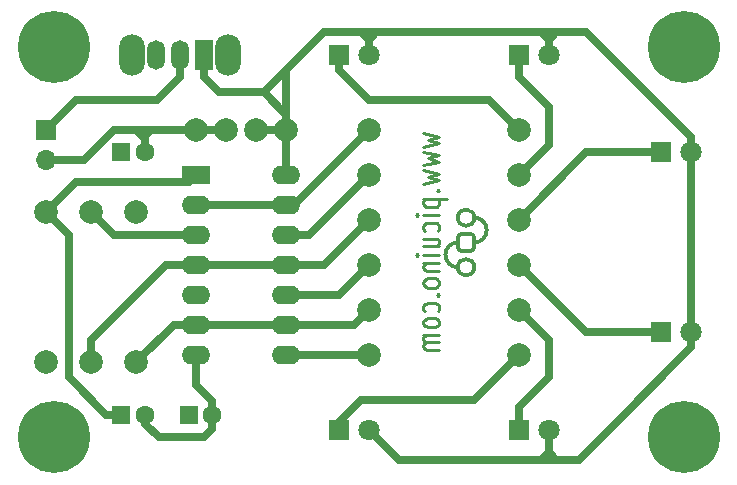
<source format=gbr>
%TF.GenerationSoftware,KiCad,Pcbnew,(5.1.12)-1*%
%TF.CreationDate,2022-03-12T22:07:20+01:00*%
%TF.ProjectId,electric-pcb-luces-led,656c6563-7472-4696-932d-7063622d6c75,R3*%
%TF.SameCoordinates,PX3072580PY3072580*%
%TF.FileFunction,Copper,L2,Bot*%
%TF.FilePolarity,Positive*%
%FSLAX46Y46*%
G04 Gerber Fmt 4.6, Leading zero omitted, Abs format (unit mm)*
G04 Created by KiCad (PCBNEW (5.1.12)-1) date 2022-03-12 22:07:20*
%MOMM*%
%LPD*%
G01*
G04 APERTURE LIST*
%ADD10C,0.250000*%
%TA.AperFunction,EtchedComponent*%
%ADD11C,0.300000*%
%TD*%
%TA.AperFunction,ComponentPad*%
%ADD12R,1.600000X1.600000*%
%TD*%
%TA.AperFunction,ComponentPad*%
%ADD13C,1.600000*%
%TD*%
%TA.AperFunction,ComponentPad*%
%ADD14C,2.000000*%
%TD*%
%TA.AperFunction,ComponentPad*%
%ADD15C,6.096000*%
%TD*%
%TA.AperFunction,ComponentPad*%
%ADD16R,1.800000X1.800000*%
%TD*%
%TA.AperFunction,ComponentPad*%
%ADD17C,1.800000*%
%TD*%
%TA.AperFunction,ComponentPad*%
%ADD18O,2.400000X1.600000*%
%TD*%
%TA.AperFunction,ComponentPad*%
%ADD19R,2.400000X1.600000*%
%TD*%
%TA.AperFunction,ComponentPad*%
%ADD20O,2.200000X3.500000*%
%TD*%
%TA.AperFunction,ComponentPad*%
%ADD21O,1.500000X2.500000*%
%TD*%
%TA.AperFunction,ComponentPad*%
%ADD22R,1.500000X2.500000*%
%TD*%
%TA.AperFunction,ComponentPad*%
%ADD23O,1.700000X1.700000*%
%TD*%
%TA.AperFunction,ComponentPad*%
%ADD24R,1.700000X1.700000*%
%TD*%
%TA.AperFunction,Conductor*%
%ADD25C,0.635000*%
%TD*%
G04 APERTURE END LIST*
%TO.C,Picuino_Logo_B6*%
D10*
X34496428Y-10435000D02*
X35829761Y-10720714D01*
X34877380Y-11006428D01*
X35829761Y-11292142D01*
X34496428Y-11577857D01*
X34496428Y-12006428D02*
X35829761Y-12292142D01*
X34877380Y-12577857D01*
X35829761Y-12863571D01*
X34496428Y-13149285D01*
X34496428Y-13577857D02*
X35829761Y-13863571D01*
X34877380Y-14149285D01*
X35829761Y-14435000D01*
X34496428Y-14720714D01*
X35639285Y-15292142D02*
X35734523Y-15363571D01*
X35829761Y-15292142D01*
X35734523Y-15220714D01*
X35639285Y-15292142D01*
X35829761Y-15292142D01*
X34496428Y-16006428D02*
X36496428Y-16006428D01*
X34591666Y-16006428D02*
X34496428Y-16149285D01*
X34496428Y-16435000D01*
X34591666Y-16577857D01*
X34686904Y-16649285D01*
X34877380Y-16720714D01*
X35448809Y-16720714D01*
X35639285Y-16649285D01*
X35734523Y-16577857D01*
X35829761Y-16435000D01*
X35829761Y-16149285D01*
X35734523Y-16006428D01*
X35829761Y-17363571D02*
X34496428Y-17363571D01*
X33829761Y-17363571D02*
X33925000Y-17292142D01*
X34020238Y-17363571D01*
X33925000Y-17435000D01*
X33829761Y-17363571D01*
X34020238Y-17363571D01*
X35734523Y-18720714D02*
X35829761Y-18577857D01*
X35829761Y-18292142D01*
X35734523Y-18149285D01*
X35639285Y-18077857D01*
X35448809Y-18006428D01*
X34877380Y-18006428D01*
X34686904Y-18077857D01*
X34591666Y-18149285D01*
X34496428Y-18292142D01*
X34496428Y-18577857D01*
X34591666Y-18720714D01*
X34496428Y-20006428D02*
X35829761Y-20006428D01*
X34496428Y-19363571D02*
X35544047Y-19363571D01*
X35734523Y-19435000D01*
X35829761Y-19577857D01*
X35829761Y-19792142D01*
X35734523Y-19935000D01*
X35639285Y-20006428D01*
X35829761Y-20720714D02*
X34496428Y-20720714D01*
X33829761Y-20720714D02*
X33925000Y-20649285D01*
X34020238Y-20720714D01*
X33925000Y-20792142D01*
X33829761Y-20720714D01*
X34020238Y-20720714D01*
X34496428Y-21435000D02*
X35829761Y-21435000D01*
X34686904Y-21435000D02*
X34591666Y-21506428D01*
X34496428Y-21649285D01*
X34496428Y-21863571D01*
X34591666Y-22006428D01*
X34782142Y-22077857D01*
X35829761Y-22077857D01*
X35829761Y-23006428D02*
X35734523Y-22863571D01*
X35639285Y-22792142D01*
X35448809Y-22720714D01*
X34877380Y-22720714D01*
X34686904Y-22792142D01*
X34591666Y-22863571D01*
X34496428Y-23006428D01*
X34496428Y-23220714D01*
X34591666Y-23363571D01*
X34686904Y-23435000D01*
X34877380Y-23506428D01*
X35448809Y-23506428D01*
X35639285Y-23435000D01*
X35734523Y-23363571D01*
X35829761Y-23220714D01*
X35829761Y-23006428D01*
X35639285Y-24149285D02*
X35734523Y-24220714D01*
X35829761Y-24149285D01*
X35734523Y-24077857D01*
X35639285Y-24149285D01*
X35829761Y-24149285D01*
X35734523Y-25506428D02*
X35829761Y-25363571D01*
X35829761Y-25077857D01*
X35734523Y-24935000D01*
X35639285Y-24863571D01*
X35448809Y-24792142D01*
X34877380Y-24792142D01*
X34686904Y-24863571D01*
X34591666Y-24935000D01*
X34496428Y-25077857D01*
X34496428Y-25363571D01*
X34591666Y-25506428D01*
X35829761Y-26363571D02*
X35734523Y-26220714D01*
X35639285Y-26149285D01*
X35448809Y-26077857D01*
X34877380Y-26077857D01*
X34686904Y-26149285D01*
X34591666Y-26220714D01*
X34496428Y-26363571D01*
X34496428Y-26577857D01*
X34591666Y-26720714D01*
X34686904Y-26792142D01*
X34877380Y-26863571D01*
X35448809Y-26863571D01*
X35639285Y-26792142D01*
X35734523Y-26720714D01*
X35829761Y-26577857D01*
X35829761Y-26363571D01*
X35829761Y-27506428D02*
X34496428Y-27506428D01*
X34686904Y-27506428D02*
X34591666Y-27577857D01*
X34496428Y-27720714D01*
X34496428Y-27935000D01*
X34591666Y-28077857D01*
X34782142Y-28149285D01*
X35829761Y-28149285D01*
X34782142Y-28149285D02*
X34591666Y-28220714D01*
X34496428Y-28363571D01*
X34496428Y-28577857D01*
X34591666Y-28720714D01*
X34782142Y-28792142D01*
X35829761Y-28792142D01*
D11*
X38798500Y-21785580D02*
G75*
G03*
X38798500Y-21785580I-698500J0D01*
G01*
X37398960Y-19286220D02*
X37398960Y-20083780D01*
X37701220Y-20386040D02*
X38498780Y-20386040D01*
X38801040Y-20083780D02*
X38801040Y-19286220D01*
X38498780Y-18983960D02*
X37701220Y-18983960D01*
X38798500Y-17584420D02*
G75*
G03*
X38798500Y-17584420I-698500J0D01*
G01*
X37398960Y-19286220D02*
G75*
G02*
X37701220Y-18983960I302260J0D01*
G01*
X37701220Y-20386040D02*
G75*
G02*
X37398960Y-20083780I0J302260D01*
G01*
X38801040Y-20083780D02*
G75*
G02*
X38498780Y-20386040I-302260J0D01*
G01*
X38498780Y-18983960D02*
G75*
G02*
X38801040Y-19286220I0J-302260D01*
G01*
X39852600Y-18633440D02*
G75*
G02*
X38801040Y-19685000I-1051560J0D01*
G01*
X38801040Y-17584420D02*
G75*
G02*
X39850060Y-18633440I0J-1049020D01*
G01*
X36347400Y-20736560D02*
G75*
G02*
X37398960Y-19685000I1051560J0D01*
G01*
X37398960Y-21785580D02*
G75*
G02*
X36349940Y-20736560I0J1049020D01*
G01*
%TD*%
D12*
%TO.P,C1,1*%
%TO.N,Net-(C1-Pad1)*%
X8890000Y-34290000D03*
D13*
%TO.P,C1,2*%
%TO.N,GND*%
X10890000Y-34290000D03*
%TD*%
D14*
%TO.P,R3,1*%
%TO.N,Net-(R1-Pad2)*%
X2540000Y-29845000D03*
%TO.P,R3,2*%
%TO.N,Net-(C1-Pad1)*%
X2540000Y-17145000D03*
%TD*%
%TO.P,R1,1*%
%TO.N,Net-(D1-Pad1)*%
X42545000Y-10160000D03*
%TO.P,R1,2*%
%TO.N,Net-(R1-Pad2)*%
X29845000Y-10160000D03*
%TD*%
D15*
%TO.P,M3,*%
%TO.N,*%
X3175000Y-36195000D03*
%TD*%
%TO.P,M3,*%
%TO.N,*%
X3175000Y-3175000D03*
%TD*%
%TO.P,M3,*%
%TO.N,*%
X56515000Y-36195000D03*
%TD*%
%TO.P,M3,*%
%TO.N,*%
X56515000Y-3175000D03*
%TD*%
D12*
%TO.P,C2,1*%
%TO.N,Net-(C2-Pad1)*%
X14605000Y-34290000D03*
D13*
%TO.P,C2,2*%
%TO.N,GND*%
X16605000Y-34290000D03*
%TD*%
%TO.P,C3,2*%
%TO.N,GND*%
X10890000Y-12065000D03*
D12*
%TO.P,C3,1*%
%TO.N,Net-(C3-Pad1)*%
X8890000Y-12065000D03*
%TD*%
D14*
%TO.P,R5,2*%
%TO.N,Net-(R5-Pad2)*%
X29845000Y-21590000D03*
%TO.P,R5,1*%
%TO.N,Net-(D4-Pad1)*%
X42545000Y-21590000D03*
%TD*%
%TO.P,R6,1*%
%TO.N,Net-(R4-Pad2)*%
X6350000Y-29845000D03*
%TO.P,R6,2*%
%TO.N,Net-(C2-Pad1)*%
X6350000Y-17145000D03*
%TD*%
%TO.P,R7,2*%
%TO.N,Net-(R7-Pad2)*%
X29845000Y-25400000D03*
%TO.P,R7,1*%
%TO.N,Net-(D5-Pad1)*%
X42545000Y-25400000D03*
%TD*%
%TO.P,R8,1*%
%TO.N,Net-(D6-Pad1)*%
X42545000Y-29210000D03*
%TO.P,R8,2*%
%TO.N,Net-(R8-Pad2)*%
X29845000Y-29210000D03*
%TD*%
%TO.P,R9,2*%
%TO.N,Net-(C3-Pad1)*%
X10160000Y-17145000D03*
%TO.P,R9,1*%
%TO.N,Net-(R7-Pad2)*%
X10160000Y-29845000D03*
%TD*%
%TO.P,R4,2*%
%TO.N,Net-(R4-Pad2)*%
X29845000Y-17780000D03*
%TO.P,R4,1*%
%TO.N,Net-(D3-Pad1)*%
X42545000Y-17780000D03*
%TD*%
D16*
%TO.P,D1,1*%
%TO.N,Net-(D1-Pad1)*%
X27305000Y-3810000D03*
D17*
%TO.P,D1,2*%
%TO.N,+BATT*%
X29845000Y-3810000D03*
%TD*%
D16*
%TO.P,D2,1*%
%TO.N,Net-(D2-Pad1)*%
X42545000Y-3810000D03*
D17*
%TO.P,D2,2*%
%TO.N,+BATT*%
X45085000Y-3810000D03*
%TD*%
%TO.P,D3,2*%
%TO.N,+BATT*%
X57150000Y-12065000D03*
D16*
%TO.P,D3,1*%
%TO.N,Net-(D3-Pad1)*%
X54610000Y-12065000D03*
%TD*%
%TO.P,D4,1*%
%TO.N,Net-(D4-Pad1)*%
X54610000Y-27305000D03*
D17*
%TO.P,D4,2*%
%TO.N,+BATT*%
X57150000Y-27305000D03*
%TD*%
%TO.P,D5,2*%
%TO.N,+BATT*%
X45085000Y-35560000D03*
D16*
%TO.P,D5,1*%
%TO.N,Net-(D5-Pad1)*%
X42545000Y-35560000D03*
%TD*%
D17*
%TO.P,D6,2*%
%TO.N,+BATT*%
X29845000Y-35560000D03*
D16*
%TO.P,D6,1*%
%TO.N,Net-(D6-Pad1)*%
X27305000Y-35560000D03*
%TD*%
D18*
%TO.P,U1,14*%
%TO.N,+BATT*%
X22860000Y-13970000D03*
%TO.P,U1,7*%
%TO.N,GND*%
X15240000Y-29210000D03*
%TO.P,U1,13*%
%TO.N,Net-(R1-Pad2)*%
X22860000Y-16510000D03*
%TO.P,U1,6*%
%TO.N,Net-(R7-Pad2)*%
X15240000Y-26670000D03*
%TO.P,U1,12*%
%TO.N,Net-(R2-Pad2)*%
X22860000Y-19050000D03*
%TO.P,U1,5*%
%TO.N,Net-(C3-Pad1)*%
X15240000Y-24130000D03*
%TO.P,U1,11*%
%TO.N,Net-(R4-Pad2)*%
X22860000Y-21590000D03*
%TO.P,U1,4*%
X15240000Y-21590000D03*
%TO.P,U1,10*%
%TO.N,Net-(R5-Pad2)*%
X22860000Y-24130000D03*
%TO.P,U1,3*%
%TO.N,Net-(C2-Pad1)*%
X15240000Y-19050000D03*
%TO.P,U1,9*%
%TO.N,Net-(R7-Pad2)*%
X22860000Y-26670000D03*
%TO.P,U1,2*%
%TO.N,Net-(R1-Pad2)*%
X15240000Y-16510000D03*
%TO.P,U1,8*%
%TO.N,Net-(R8-Pad2)*%
X22860000Y-29210000D03*
D19*
%TO.P,U1,1*%
%TO.N,Net-(C1-Pad1)*%
X15240000Y-13970000D03*
%TD*%
D14*
%TO.P,R2,2*%
%TO.N,Net-(R2-Pad2)*%
X29845000Y-13970000D03*
%TO.P,R2,1*%
%TO.N,Net-(D2-Pad1)*%
X42545000Y-13970000D03*
%TD*%
D20*
%TO.P,SW1,*%
%TO.N,*%
X9775000Y-3810000D03*
X17975000Y-3810000D03*
D21*
%TO.P,SW1,3*%
%TO.N,Net-(SW1-Pad3)*%
X11875000Y-3810000D03*
%TO.P,SW1,2*%
%TO.N,Net-(BT1-Pad1)*%
X13875000Y-3810000D03*
D22*
%TO.P,SW1,1*%
%TO.N,+BATT*%
X15875000Y-3810000D03*
%TD*%
D23*
%TO.P,BT1,2*%
%TO.N,GND*%
X2540000Y-12700000D03*
D24*
%TO.P,BT1,1*%
%TO.N,Net-(BT1-Pad1)*%
X2540000Y-10160000D03*
%TD*%
D14*
%TO.P,C4,1*%
%TO.N,+BATT*%
X20320000Y-10160000D03*
%TO.P,C4,2*%
%TO.N,GND*%
X17780000Y-10160000D03*
X15240000Y-10160000D03*
%TO.P,C4,1*%
%TO.N,+BATT*%
X22860000Y-10160000D03*
%TD*%
D25*
%TO.N,Net-(C1-Pad1)*%
X2540000Y-17145000D02*
X5080000Y-14605000D01*
X14605000Y-14605000D02*
X15240000Y-13970000D01*
X5080000Y-14605000D02*
X14605000Y-14605000D01*
X8890000Y-34290000D02*
X7620000Y-34290000D01*
X7620000Y-34290000D02*
X4445000Y-31115000D01*
X4445000Y-19050000D02*
X2540000Y-17145000D01*
X4445000Y-31115000D02*
X4445000Y-19050000D01*
%TO.N,Net-(R4-Pad2)*%
X22860000Y-21590000D02*
X23495000Y-21590000D01*
X22860000Y-21590000D02*
X26035000Y-21590000D01*
X26035000Y-21590000D02*
X29845000Y-17780000D01*
X15240000Y-21590000D02*
X22860000Y-21590000D01*
X12700000Y-21590000D02*
X15240000Y-21590000D01*
X6350000Y-29845000D02*
X6350000Y-27940000D01*
X6350000Y-27940000D02*
X12700000Y-21590000D01*
%TO.N,Net-(R2-Pad2)*%
X22860000Y-19050000D02*
X24765000Y-19050000D01*
X24765000Y-19050000D02*
X29845000Y-13970000D01*
%TO.N,Net-(R1-Pad2)*%
X15240000Y-16510000D02*
X22860000Y-16510000D01*
%TO.N,Net-(R5-Pad2)*%
X22860000Y-24130000D02*
X27305000Y-24130000D01*
X27305000Y-24130000D02*
X29845000Y-21590000D01*
%TO.N,Net-(R8-Pad2)*%
X29845000Y-29210000D02*
X22860000Y-29210000D01*
%TO.N,Net-(R1-Pad2)*%
X22860000Y-16510000D02*
X23495000Y-16510000D01*
X23495000Y-16510000D02*
X29845000Y-10160000D01*
%TO.N,Net-(C2-Pad1)*%
X8255000Y-19050000D02*
X6350000Y-17145000D01*
X15240000Y-19050000D02*
X8255000Y-19050000D01*
%TO.N,Net-(R7-Pad2)*%
X15240000Y-26670000D02*
X22860000Y-26670000D01*
X13335000Y-26670000D02*
X15240000Y-26670000D01*
X10160000Y-29845000D02*
X13335000Y-26670000D01*
X28575000Y-26670000D02*
X29845000Y-25400000D01*
X22860000Y-26670000D02*
X28575000Y-26670000D01*
%TO.N,GND*%
X5715000Y-12700000D02*
X8255000Y-10160000D01*
X2540000Y-12700000D02*
X5715000Y-12700000D01*
X10890000Y-10255000D02*
X10795000Y-10160000D01*
X10890000Y-10700000D02*
X11430000Y-10160000D01*
X11430000Y-10160000D02*
X15360000Y-10160000D01*
X10795000Y-10160000D02*
X11430000Y-10160000D01*
X10890000Y-12065000D02*
X10890000Y-10700000D01*
X10890000Y-10700000D02*
X10890000Y-10255000D01*
X10890000Y-10700000D02*
X10700000Y-10700000D01*
X10700000Y-10700000D02*
X10160000Y-10160000D01*
X10160000Y-10160000D02*
X10795000Y-10160000D01*
X8255000Y-10160000D02*
X10160000Y-10160000D01*
X16605000Y-34290000D02*
X16605000Y-33115000D01*
X15240000Y-31750000D02*
X15240000Y-29210000D01*
X16605000Y-33115000D02*
X15240000Y-31750000D01*
X10890000Y-34290000D02*
X10890000Y-35020000D01*
X10890000Y-35020000D02*
X12065000Y-36195000D01*
X12065000Y-36195000D02*
X15875000Y-36195000D01*
X16605000Y-35465000D02*
X16605000Y-34290000D01*
X15875000Y-36195000D02*
X16605000Y-35465000D01*
X15240000Y-10160000D02*
X17780000Y-10160000D01*
%TO.N,+BATT*%
X32385000Y-38100000D02*
X43180000Y-38100000D01*
X29845000Y-35560000D02*
X32385000Y-38100000D01*
X57150000Y-28575000D02*
X57150000Y-27305000D01*
X50165000Y-35560000D02*
X57150000Y-28575000D01*
X57150000Y-27305000D02*
X57150000Y-12065000D01*
X45085000Y-2540000D02*
X45085000Y-3810000D01*
X31750000Y-1905000D02*
X44450000Y-1905000D01*
X44450000Y-1905000D02*
X45085000Y-2540000D01*
X29845000Y-2540000D02*
X30480000Y-1905000D01*
X30480000Y-1905000D02*
X31750000Y-1905000D01*
X29845000Y-2540000D02*
X29210000Y-1905000D01*
X29845000Y-3810000D02*
X29845000Y-2540000D01*
X29210000Y-1905000D02*
X30480000Y-1905000D01*
X47625000Y-38100000D02*
X50165000Y-35560000D01*
X45085000Y-35560000D02*
X45085000Y-37465000D01*
X43180000Y-38100000D02*
X44450000Y-38100000D01*
X45085000Y-37465000D02*
X45720000Y-38100000D01*
X45720000Y-38100000D02*
X47625000Y-38100000D01*
X44450000Y-38100000D02*
X45720000Y-38100000D01*
X45085000Y-2540000D02*
X45720000Y-1905000D01*
X45720000Y-1905000D02*
X44450000Y-1905000D01*
X45085000Y-37465000D02*
X44450000Y-38100000D01*
X45720000Y-1905000D02*
X48260000Y-1905000D01*
X57150000Y-10795000D02*
X57150000Y-12065000D01*
X48260000Y-1905000D02*
X57150000Y-10795000D01*
X20955000Y-6985000D02*
X22860000Y-8890000D01*
X22860000Y-8890000D02*
X22860000Y-6985000D01*
X22860000Y-10160000D02*
X22860000Y-8890000D01*
X20955000Y-6985000D02*
X22860000Y-5080000D01*
X22860000Y-6985000D02*
X22860000Y-5080000D01*
X26035000Y-1905000D02*
X29210000Y-1905000D01*
X22860000Y-5080000D02*
X26035000Y-1905000D01*
X22860000Y-13970000D02*
X22860000Y-10160000D01*
X22860000Y-10160000D02*
X20320000Y-10160000D01*
X15875000Y-5695000D02*
X17165000Y-6985000D01*
X15875000Y-3810000D02*
X15875000Y-5695000D01*
X17165000Y-6985000D02*
X20955000Y-6985000D01*
%TO.N,Net-(D1-Pad1)*%
X27305000Y-3810000D02*
X27305000Y-5080000D01*
X27305000Y-5080000D02*
X29845000Y-7620000D01*
X40005000Y-7620000D02*
X42545000Y-10160000D01*
X29845000Y-7620000D02*
X40005000Y-7620000D01*
%TO.N,Net-(D2-Pad1)*%
X42545000Y-13970000D02*
X45085000Y-11430000D01*
X45085000Y-11430000D02*
X45085000Y-8255000D01*
X42545000Y-5715000D02*
X42545000Y-3810000D01*
X45085000Y-8255000D02*
X42545000Y-5715000D01*
%TO.N,Net-(D3-Pad1)*%
X42545000Y-17780000D02*
X48260000Y-12065000D01*
X48260000Y-12065000D02*
X54610000Y-12065000D01*
%TO.N,Net-(D4-Pad1)*%
X42545000Y-21590000D02*
X48260000Y-27305000D01*
X48260000Y-27305000D02*
X54610000Y-27305000D01*
%TO.N,Net-(D5-Pad1)*%
X42545000Y-35560000D02*
X42545000Y-33655000D01*
X42545000Y-33655000D02*
X45085000Y-31115000D01*
X45085000Y-27940000D02*
X42545000Y-25400000D01*
X45085000Y-31115000D02*
X45085000Y-27940000D01*
%TO.N,Net-(D6-Pad1)*%
X27305000Y-35560000D02*
X27305000Y-34925000D01*
X27305000Y-34925000D02*
X29210000Y-33020000D01*
X38735000Y-33020000D02*
X42545000Y-29210000D01*
X29210000Y-33020000D02*
X38735000Y-33020000D01*
%TO.N,Net-(BT1-Pad1)*%
X13875000Y-5695000D02*
X11950000Y-7620000D01*
X13875000Y-3810000D02*
X13875000Y-5695000D01*
X5080000Y-7620000D02*
X2540000Y-10160000D01*
X11950000Y-7620000D02*
X5080000Y-7620000D01*
%TD*%
M02*

</source>
